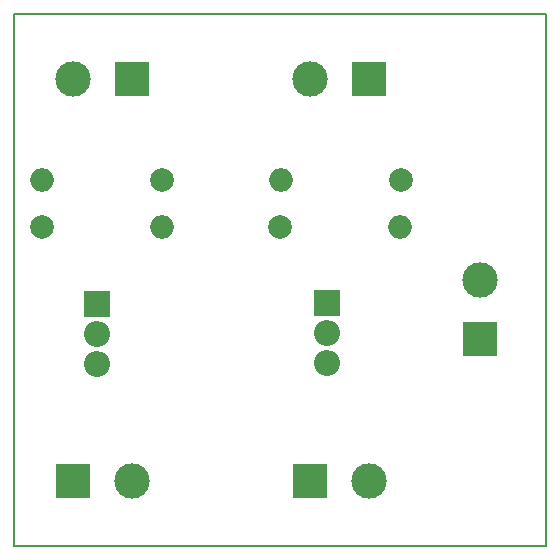
<source format=gbs>
G04 #@! TF.FileFunction,Soldermask,Bot*
%FSLAX46Y46*%
G04 Gerber Fmt 4.6, Leading zero omitted, Abs format (unit mm)*
G04 Created by KiCad (PCBNEW 4.0.7) date 02/23/18 23:24:38*
%MOMM*%
%LPD*%
G01*
G04 APERTURE LIST*
%ADD10C,0.100000*%
%ADD11C,0.150000*%
%ADD12R,2.200000X2.200000*%
%ADD13O,2.200000X2.200000*%
%ADD14R,3.000000X3.000000*%
%ADD15C,3.000000*%
%ADD16C,2.000000*%
%ADD17O,2.000000X2.000000*%
G04 APERTURE END LIST*
D10*
D11*
X125000000Y-75000000D02*
X125000000Y-30000000D01*
X170000000Y-75000000D02*
X125000000Y-75000000D01*
X170000000Y-30000000D02*
X170000000Y-75000000D01*
X125000000Y-30000000D02*
X170000000Y-30000000D01*
D12*
X132000000Y-54500000D03*
D13*
X132000000Y-57040000D03*
X132000000Y-59580000D03*
D14*
X135000000Y-35500000D03*
D15*
X130000000Y-35500000D03*
D14*
X130000000Y-69500000D03*
D15*
X135000000Y-69500000D03*
D14*
X155000000Y-35500000D03*
D15*
X150000000Y-35500000D03*
D14*
X150000000Y-69500000D03*
D15*
X155000000Y-69500000D03*
D14*
X164400000Y-57500000D03*
D15*
X164400000Y-52500000D03*
D12*
X151500000Y-54460000D03*
D13*
X151500000Y-57000000D03*
X151500000Y-59540000D03*
D16*
X127375000Y-48000000D03*
D17*
X137535000Y-48000000D03*
D16*
X137500000Y-44000000D03*
D17*
X127340000Y-44000000D03*
D16*
X147500000Y-48000000D03*
D17*
X157660000Y-48000000D03*
D16*
X157760000Y-44000000D03*
D17*
X147600000Y-44000000D03*
M02*

</source>
